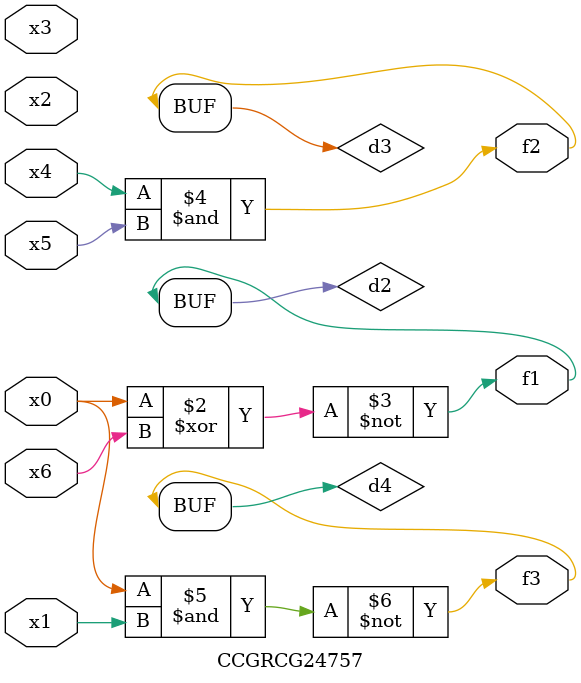
<source format=v>
module CCGRCG24757(
	input x0, x1, x2, x3, x4, x5, x6,
	output f1, f2, f3
);

	wire d1, d2, d3, d4;

	nor (d1, x0);
	xnor (d2, x0, x6);
	and (d3, x4, x5);
	nand (d4, x0, x1);
	assign f1 = d2;
	assign f2 = d3;
	assign f3 = d4;
endmodule

</source>
